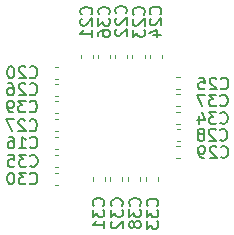
<source format=gbr>
%TF.GenerationSoftware,KiCad,Pcbnew,9.0.4*%
%TF.CreationDate,2025-09-29T22:44:47+03:00*%
%TF.ProjectId,Asius2,41736975-7332-42e6-9b69-6361645f7063,rev?*%
%TF.SameCoordinates,Original*%
%TF.FileFunction,Legend,Bot*%
%TF.FilePolarity,Positive*%
%FSLAX46Y46*%
G04 Gerber Fmt 4.6, Leading zero omitted, Abs format (unit mm)*
G04 Created by KiCad (PCBNEW 9.0.4) date 2025-09-29 22:44:47*
%MOMM*%
%LPD*%
G01*
G04 APERTURE LIST*
%ADD10C,0.150000*%
%ADD11C,0.120000*%
G04 APERTURE END LIST*
D10*
X77402857Y-112309580D02*
X77450476Y-112357200D01*
X77450476Y-112357200D02*
X77593333Y-112404819D01*
X77593333Y-112404819D02*
X77688571Y-112404819D01*
X77688571Y-112404819D02*
X77831428Y-112357200D01*
X77831428Y-112357200D02*
X77926666Y-112261961D01*
X77926666Y-112261961D02*
X77974285Y-112166723D01*
X77974285Y-112166723D02*
X78021904Y-111976247D01*
X78021904Y-111976247D02*
X78021904Y-111833390D01*
X78021904Y-111833390D02*
X77974285Y-111642914D01*
X77974285Y-111642914D02*
X77926666Y-111547676D01*
X77926666Y-111547676D02*
X77831428Y-111452438D01*
X77831428Y-111452438D02*
X77688571Y-111404819D01*
X77688571Y-111404819D02*
X77593333Y-111404819D01*
X77593333Y-111404819D02*
X77450476Y-111452438D01*
X77450476Y-111452438D02*
X77402857Y-111500057D01*
X77069523Y-111404819D02*
X76450476Y-111404819D01*
X76450476Y-111404819D02*
X76783809Y-111785771D01*
X76783809Y-111785771D02*
X76640952Y-111785771D01*
X76640952Y-111785771D02*
X76545714Y-111833390D01*
X76545714Y-111833390D02*
X76498095Y-111881009D01*
X76498095Y-111881009D02*
X76450476Y-111976247D01*
X76450476Y-111976247D02*
X76450476Y-112214342D01*
X76450476Y-112214342D02*
X76498095Y-112309580D01*
X76498095Y-112309580D02*
X76545714Y-112357200D01*
X76545714Y-112357200D02*
X76640952Y-112404819D01*
X76640952Y-112404819D02*
X76926666Y-112404819D01*
X76926666Y-112404819D02*
X77021904Y-112357200D01*
X77021904Y-112357200D02*
X77069523Y-112309580D01*
X75974285Y-112404819D02*
X75783809Y-112404819D01*
X75783809Y-112404819D02*
X75688571Y-112357200D01*
X75688571Y-112357200D02*
X75640952Y-112309580D01*
X75640952Y-112309580D02*
X75545714Y-112166723D01*
X75545714Y-112166723D02*
X75498095Y-111976247D01*
X75498095Y-111976247D02*
X75498095Y-111595295D01*
X75498095Y-111595295D02*
X75545714Y-111500057D01*
X75545714Y-111500057D02*
X75593333Y-111452438D01*
X75593333Y-111452438D02*
X75688571Y-111404819D01*
X75688571Y-111404819D02*
X75879047Y-111404819D01*
X75879047Y-111404819D02*
X75974285Y-111452438D01*
X75974285Y-111452438D02*
X76021904Y-111500057D01*
X76021904Y-111500057D02*
X76069523Y-111595295D01*
X76069523Y-111595295D02*
X76069523Y-111833390D01*
X76069523Y-111833390D02*
X76021904Y-111928628D01*
X76021904Y-111928628D02*
X75974285Y-111976247D01*
X75974285Y-111976247D02*
X75879047Y-112023866D01*
X75879047Y-112023866D02*
X75688571Y-112023866D01*
X75688571Y-112023866D02*
X75593333Y-111976247D01*
X75593333Y-111976247D02*
X75545714Y-111928628D01*
X75545714Y-111928628D02*
X75498095Y-111833390D01*
X77432857Y-118399580D02*
X77480476Y-118447200D01*
X77480476Y-118447200D02*
X77623333Y-118494819D01*
X77623333Y-118494819D02*
X77718571Y-118494819D01*
X77718571Y-118494819D02*
X77861428Y-118447200D01*
X77861428Y-118447200D02*
X77956666Y-118351961D01*
X77956666Y-118351961D02*
X78004285Y-118256723D01*
X78004285Y-118256723D02*
X78051904Y-118066247D01*
X78051904Y-118066247D02*
X78051904Y-117923390D01*
X78051904Y-117923390D02*
X78004285Y-117732914D01*
X78004285Y-117732914D02*
X77956666Y-117637676D01*
X77956666Y-117637676D02*
X77861428Y-117542438D01*
X77861428Y-117542438D02*
X77718571Y-117494819D01*
X77718571Y-117494819D02*
X77623333Y-117494819D01*
X77623333Y-117494819D02*
X77480476Y-117542438D01*
X77480476Y-117542438D02*
X77432857Y-117590057D01*
X77099523Y-117494819D02*
X76480476Y-117494819D01*
X76480476Y-117494819D02*
X76813809Y-117875771D01*
X76813809Y-117875771D02*
X76670952Y-117875771D01*
X76670952Y-117875771D02*
X76575714Y-117923390D01*
X76575714Y-117923390D02*
X76528095Y-117971009D01*
X76528095Y-117971009D02*
X76480476Y-118066247D01*
X76480476Y-118066247D02*
X76480476Y-118304342D01*
X76480476Y-118304342D02*
X76528095Y-118399580D01*
X76528095Y-118399580D02*
X76575714Y-118447200D01*
X76575714Y-118447200D02*
X76670952Y-118494819D01*
X76670952Y-118494819D02*
X76956666Y-118494819D01*
X76956666Y-118494819D02*
X77051904Y-118447200D01*
X77051904Y-118447200D02*
X77099523Y-118399580D01*
X75861428Y-117494819D02*
X75766190Y-117494819D01*
X75766190Y-117494819D02*
X75670952Y-117542438D01*
X75670952Y-117542438D02*
X75623333Y-117590057D01*
X75623333Y-117590057D02*
X75575714Y-117685295D01*
X75575714Y-117685295D02*
X75528095Y-117875771D01*
X75528095Y-117875771D02*
X75528095Y-118113866D01*
X75528095Y-118113866D02*
X75575714Y-118304342D01*
X75575714Y-118304342D02*
X75623333Y-118399580D01*
X75623333Y-118399580D02*
X75670952Y-118447200D01*
X75670952Y-118447200D02*
X75766190Y-118494819D01*
X75766190Y-118494819D02*
X75861428Y-118494819D01*
X75861428Y-118494819D02*
X75956666Y-118447200D01*
X75956666Y-118447200D02*
X76004285Y-118399580D01*
X76004285Y-118399580D02*
X76051904Y-118304342D01*
X76051904Y-118304342D02*
X76099523Y-118113866D01*
X76099523Y-118113866D02*
X76099523Y-117875771D01*
X76099523Y-117875771D02*
X76051904Y-117685295D01*
X76051904Y-117685295D02*
X76004285Y-117590057D01*
X76004285Y-117590057D02*
X75956666Y-117542438D01*
X75956666Y-117542438D02*
X75861428Y-117494819D01*
X83639580Y-120297142D02*
X83687200Y-120249523D01*
X83687200Y-120249523D02*
X83734819Y-120106666D01*
X83734819Y-120106666D02*
X83734819Y-120011428D01*
X83734819Y-120011428D02*
X83687200Y-119868571D01*
X83687200Y-119868571D02*
X83591961Y-119773333D01*
X83591961Y-119773333D02*
X83496723Y-119725714D01*
X83496723Y-119725714D02*
X83306247Y-119678095D01*
X83306247Y-119678095D02*
X83163390Y-119678095D01*
X83163390Y-119678095D02*
X82972914Y-119725714D01*
X82972914Y-119725714D02*
X82877676Y-119773333D01*
X82877676Y-119773333D02*
X82782438Y-119868571D01*
X82782438Y-119868571D02*
X82734819Y-120011428D01*
X82734819Y-120011428D02*
X82734819Y-120106666D01*
X82734819Y-120106666D02*
X82782438Y-120249523D01*
X82782438Y-120249523D02*
X82830057Y-120297142D01*
X82734819Y-120630476D02*
X82734819Y-121249523D01*
X82734819Y-121249523D02*
X83115771Y-120916190D01*
X83115771Y-120916190D02*
X83115771Y-121059047D01*
X83115771Y-121059047D02*
X83163390Y-121154285D01*
X83163390Y-121154285D02*
X83211009Y-121201904D01*
X83211009Y-121201904D02*
X83306247Y-121249523D01*
X83306247Y-121249523D02*
X83544342Y-121249523D01*
X83544342Y-121249523D02*
X83639580Y-121201904D01*
X83639580Y-121201904D02*
X83687200Y-121154285D01*
X83687200Y-121154285D02*
X83734819Y-121059047D01*
X83734819Y-121059047D02*
X83734819Y-120773333D01*
X83734819Y-120773333D02*
X83687200Y-120678095D01*
X83687200Y-120678095D02*
X83639580Y-120630476D01*
X83734819Y-122201904D02*
X83734819Y-121630476D01*
X83734819Y-121916190D02*
X82734819Y-121916190D01*
X82734819Y-121916190D02*
X82877676Y-121820952D01*
X82877676Y-121820952D02*
X82972914Y-121725714D01*
X82972914Y-121725714D02*
X83020533Y-121630476D01*
X85189580Y-120307142D02*
X85237200Y-120259523D01*
X85237200Y-120259523D02*
X85284819Y-120116666D01*
X85284819Y-120116666D02*
X85284819Y-120021428D01*
X85284819Y-120021428D02*
X85237200Y-119878571D01*
X85237200Y-119878571D02*
X85141961Y-119783333D01*
X85141961Y-119783333D02*
X85046723Y-119735714D01*
X85046723Y-119735714D02*
X84856247Y-119688095D01*
X84856247Y-119688095D02*
X84713390Y-119688095D01*
X84713390Y-119688095D02*
X84522914Y-119735714D01*
X84522914Y-119735714D02*
X84427676Y-119783333D01*
X84427676Y-119783333D02*
X84332438Y-119878571D01*
X84332438Y-119878571D02*
X84284819Y-120021428D01*
X84284819Y-120021428D02*
X84284819Y-120116666D01*
X84284819Y-120116666D02*
X84332438Y-120259523D01*
X84332438Y-120259523D02*
X84380057Y-120307142D01*
X84284819Y-120640476D02*
X84284819Y-121259523D01*
X84284819Y-121259523D02*
X84665771Y-120926190D01*
X84665771Y-120926190D02*
X84665771Y-121069047D01*
X84665771Y-121069047D02*
X84713390Y-121164285D01*
X84713390Y-121164285D02*
X84761009Y-121211904D01*
X84761009Y-121211904D02*
X84856247Y-121259523D01*
X84856247Y-121259523D02*
X85094342Y-121259523D01*
X85094342Y-121259523D02*
X85189580Y-121211904D01*
X85189580Y-121211904D02*
X85237200Y-121164285D01*
X85237200Y-121164285D02*
X85284819Y-121069047D01*
X85284819Y-121069047D02*
X85284819Y-120783333D01*
X85284819Y-120783333D02*
X85237200Y-120688095D01*
X85237200Y-120688095D02*
X85189580Y-120640476D01*
X84380057Y-121640476D02*
X84332438Y-121688095D01*
X84332438Y-121688095D02*
X84284819Y-121783333D01*
X84284819Y-121783333D02*
X84284819Y-122021428D01*
X84284819Y-122021428D02*
X84332438Y-122116666D01*
X84332438Y-122116666D02*
X84380057Y-122164285D01*
X84380057Y-122164285D02*
X84475295Y-122211904D01*
X84475295Y-122211904D02*
X84570533Y-122211904D01*
X84570533Y-122211904D02*
X84713390Y-122164285D01*
X84713390Y-122164285D02*
X85284819Y-121592857D01*
X85284819Y-121592857D02*
X85284819Y-122211904D01*
X86749580Y-120287142D02*
X86797200Y-120239523D01*
X86797200Y-120239523D02*
X86844819Y-120096666D01*
X86844819Y-120096666D02*
X86844819Y-120001428D01*
X86844819Y-120001428D02*
X86797200Y-119858571D01*
X86797200Y-119858571D02*
X86701961Y-119763333D01*
X86701961Y-119763333D02*
X86606723Y-119715714D01*
X86606723Y-119715714D02*
X86416247Y-119668095D01*
X86416247Y-119668095D02*
X86273390Y-119668095D01*
X86273390Y-119668095D02*
X86082914Y-119715714D01*
X86082914Y-119715714D02*
X85987676Y-119763333D01*
X85987676Y-119763333D02*
X85892438Y-119858571D01*
X85892438Y-119858571D02*
X85844819Y-120001428D01*
X85844819Y-120001428D02*
X85844819Y-120096666D01*
X85844819Y-120096666D02*
X85892438Y-120239523D01*
X85892438Y-120239523D02*
X85940057Y-120287142D01*
X85844819Y-120620476D02*
X85844819Y-121239523D01*
X85844819Y-121239523D02*
X86225771Y-120906190D01*
X86225771Y-120906190D02*
X86225771Y-121049047D01*
X86225771Y-121049047D02*
X86273390Y-121144285D01*
X86273390Y-121144285D02*
X86321009Y-121191904D01*
X86321009Y-121191904D02*
X86416247Y-121239523D01*
X86416247Y-121239523D02*
X86654342Y-121239523D01*
X86654342Y-121239523D02*
X86749580Y-121191904D01*
X86749580Y-121191904D02*
X86797200Y-121144285D01*
X86797200Y-121144285D02*
X86844819Y-121049047D01*
X86844819Y-121049047D02*
X86844819Y-120763333D01*
X86844819Y-120763333D02*
X86797200Y-120668095D01*
X86797200Y-120668095D02*
X86749580Y-120620476D01*
X86273390Y-121810952D02*
X86225771Y-121715714D01*
X86225771Y-121715714D02*
X86178152Y-121668095D01*
X86178152Y-121668095D02*
X86082914Y-121620476D01*
X86082914Y-121620476D02*
X86035295Y-121620476D01*
X86035295Y-121620476D02*
X85940057Y-121668095D01*
X85940057Y-121668095D02*
X85892438Y-121715714D01*
X85892438Y-121715714D02*
X85844819Y-121810952D01*
X85844819Y-121810952D02*
X85844819Y-122001428D01*
X85844819Y-122001428D02*
X85892438Y-122096666D01*
X85892438Y-122096666D02*
X85940057Y-122144285D01*
X85940057Y-122144285D02*
X86035295Y-122191904D01*
X86035295Y-122191904D02*
X86082914Y-122191904D01*
X86082914Y-122191904D02*
X86178152Y-122144285D01*
X86178152Y-122144285D02*
X86225771Y-122096666D01*
X86225771Y-122096666D02*
X86273390Y-122001428D01*
X86273390Y-122001428D02*
X86273390Y-121810952D01*
X86273390Y-121810952D02*
X86321009Y-121715714D01*
X86321009Y-121715714D02*
X86368628Y-121668095D01*
X86368628Y-121668095D02*
X86463866Y-121620476D01*
X86463866Y-121620476D02*
X86654342Y-121620476D01*
X86654342Y-121620476D02*
X86749580Y-121668095D01*
X86749580Y-121668095D02*
X86797200Y-121715714D01*
X86797200Y-121715714D02*
X86844819Y-121810952D01*
X86844819Y-121810952D02*
X86844819Y-122001428D01*
X86844819Y-122001428D02*
X86797200Y-122096666D01*
X86797200Y-122096666D02*
X86749580Y-122144285D01*
X86749580Y-122144285D02*
X86654342Y-122191904D01*
X86654342Y-122191904D02*
X86463866Y-122191904D01*
X86463866Y-122191904D02*
X86368628Y-122144285D01*
X86368628Y-122144285D02*
X86321009Y-122096666D01*
X86321009Y-122096666D02*
X86273390Y-122001428D01*
X93552857Y-111799580D02*
X93600476Y-111847200D01*
X93600476Y-111847200D02*
X93743333Y-111894819D01*
X93743333Y-111894819D02*
X93838571Y-111894819D01*
X93838571Y-111894819D02*
X93981428Y-111847200D01*
X93981428Y-111847200D02*
X94076666Y-111751961D01*
X94076666Y-111751961D02*
X94124285Y-111656723D01*
X94124285Y-111656723D02*
X94171904Y-111466247D01*
X94171904Y-111466247D02*
X94171904Y-111323390D01*
X94171904Y-111323390D02*
X94124285Y-111132914D01*
X94124285Y-111132914D02*
X94076666Y-111037676D01*
X94076666Y-111037676D02*
X93981428Y-110942438D01*
X93981428Y-110942438D02*
X93838571Y-110894819D01*
X93838571Y-110894819D02*
X93743333Y-110894819D01*
X93743333Y-110894819D02*
X93600476Y-110942438D01*
X93600476Y-110942438D02*
X93552857Y-110990057D01*
X93219523Y-110894819D02*
X92600476Y-110894819D01*
X92600476Y-110894819D02*
X92933809Y-111275771D01*
X92933809Y-111275771D02*
X92790952Y-111275771D01*
X92790952Y-111275771D02*
X92695714Y-111323390D01*
X92695714Y-111323390D02*
X92648095Y-111371009D01*
X92648095Y-111371009D02*
X92600476Y-111466247D01*
X92600476Y-111466247D02*
X92600476Y-111704342D01*
X92600476Y-111704342D02*
X92648095Y-111799580D01*
X92648095Y-111799580D02*
X92695714Y-111847200D01*
X92695714Y-111847200D02*
X92790952Y-111894819D01*
X92790952Y-111894819D02*
X93076666Y-111894819D01*
X93076666Y-111894819D02*
X93171904Y-111847200D01*
X93171904Y-111847200D02*
X93219523Y-111799580D01*
X92267142Y-110894819D02*
X91600476Y-110894819D01*
X91600476Y-110894819D02*
X92029047Y-111894819D01*
X84119580Y-104097142D02*
X84167200Y-104049523D01*
X84167200Y-104049523D02*
X84214819Y-103906666D01*
X84214819Y-103906666D02*
X84214819Y-103811428D01*
X84214819Y-103811428D02*
X84167200Y-103668571D01*
X84167200Y-103668571D02*
X84071961Y-103573333D01*
X84071961Y-103573333D02*
X83976723Y-103525714D01*
X83976723Y-103525714D02*
X83786247Y-103478095D01*
X83786247Y-103478095D02*
X83643390Y-103478095D01*
X83643390Y-103478095D02*
X83452914Y-103525714D01*
X83452914Y-103525714D02*
X83357676Y-103573333D01*
X83357676Y-103573333D02*
X83262438Y-103668571D01*
X83262438Y-103668571D02*
X83214819Y-103811428D01*
X83214819Y-103811428D02*
X83214819Y-103906666D01*
X83214819Y-103906666D02*
X83262438Y-104049523D01*
X83262438Y-104049523D02*
X83310057Y-104097142D01*
X83214819Y-104430476D02*
X83214819Y-105049523D01*
X83214819Y-105049523D02*
X83595771Y-104716190D01*
X83595771Y-104716190D02*
X83595771Y-104859047D01*
X83595771Y-104859047D02*
X83643390Y-104954285D01*
X83643390Y-104954285D02*
X83691009Y-105001904D01*
X83691009Y-105001904D02*
X83786247Y-105049523D01*
X83786247Y-105049523D02*
X84024342Y-105049523D01*
X84024342Y-105049523D02*
X84119580Y-105001904D01*
X84119580Y-105001904D02*
X84167200Y-104954285D01*
X84167200Y-104954285D02*
X84214819Y-104859047D01*
X84214819Y-104859047D02*
X84214819Y-104573333D01*
X84214819Y-104573333D02*
X84167200Y-104478095D01*
X84167200Y-104478095D02*
X84119580Y-104430476D01*
X83214819Y-105906666D02*
X83214819Y-105716190D01*
X83214819Y-105716190D02*
X83262438Y-105620952D01*
X83262438Y-105620952D02*
X83310057Y-105573333D01*
X83310057Y-105573333D02*
X83452914Y-105478095D01*
X83452914Y-105478095D02*
X83643390Y-105430476D01*
X83643390Y-105430476D02*
X84024342Y-105430476D01*
X84024342Y-105430476D02*
X84119580Y-105478095D01*
X84119580Y-105478095D02*
X84167200Y-105525714D01*
X84167200Y-105525714D02*
X84214819Y-105620952D01*
X84214819Y-105620952D02*
X84214819Y-105811428D01*
X84214819Y-105811428D02*
X84167200Y-105906666D01*
X84167200Y-105906666D02*
X84119580Y-105954285D01*
X84119580Y-105954285D02*
X84024342Y-106001904D01*
X84024342Y-106001904D02*
X83786247Y-106001904D01*
X83786247Y-106001904D02*
X83691009Y-105954285D01*
X83691009Y-105954285D02*
X83643390Y-105906666D01*
X83643390Y-105906666D02*
X83595771Y-105811428D01*
X83595771Y-105811428D02*
X83595771Y-105620952D01*
X83595771Y-105620952D02*
X83643390Y-105525714D01*
X83643390Y-105525714D02*
X83691009Y-105478095D01*
X83691009Y-105478095D02*
X83786247Y-105430476D01*
X77462857Y-116899580D02*
X77510476Y-116947200D01*
X77510476Y-116947200D02*
X77653333Y-116994819D01*
X77653333Y-116994819D02*
X77748571Y-116994819D01*
X77748571Y-116994819D02*
X77891428Y-116947200D01*
X77891428Y-116947200D02*
X77986666Y-116851961D01*
X77986666Y-116851961D02*
X78034285Y-116756723D01*
X78034285Y-116756723D02*
X78081904Y-116566247D01*
X78081904Y-116566247D02*
X78081904Y-116423390D01*
X78081904Y-116423390D02*
X78034285Y-116232914D01*
X78034285Y-116232914D02*
X77986666Y-116137676D01*
X77986666Y-116137676D02*
X77891428Y-116042438D01*
X77891428Y-116042438D02*
X77748571Y-115994819D01*
X77748571Y-115994819D02*
X77653333Y-115994819D01*
X77653333Y-115994819D02*
X77510476Y-116042438D01*
X77510476Y-116042438D02*
X77462857Y-116090057D01*
X77129523Y-115994819D02*
X76510476Y-115994819D01*
X76510476Y-115994819D02*
X76843809Y-116375771D01*
X76843809Y-116375771D02*
X76700952Y-116375771D01*
X76700952Y-116375771D02*
X76605714Y-116423390D01*
X76605714Y-116423390D02*
X76558095Y-116471009D01*
X76558095Y-116471009D02*
X76510476Y-116566247D01*
X76510476Y-116566247D02*
X76510476Y-116804342D01*
X76510476Y-116804342D02*
X76558095Y-116899580D01*
X76558095Y-116899580D02*
X76605714Y-116947200D01*
X76605714Y-116947200D02*
X76700952Y-116994819D01*
X76700952Y-116994819D02*
X76986666Y-116994819D01*
X76986666Y-116994819D02*
X77081904Y-116947200D01*
X77081904Y-116947200D02*
X77129523Y-116899580D01*
X75605714Y-115994819D02*
X76081904Y-115994819D01*
X76081904Y-115994819D02*
X76129523Y-116471009D01*
X76129523Y-116471009D02*
X76081904Y-116423390D01*
X76081904Y-116423390D02*
X75986666Y-116375771D01*
X75986666Y-116375771D02*
X75748571Y-116375771D01*
X75748571Y-116375771D02*
X75653333Y-116423390D01*
X75653333Y-116423390D02*
X75605714Y-116471009D01*
X75605714Y-116471009D02*
X75558095Y-116566247D01*
X75558095Y-116566247D02*
X75558095Y-116804342D01*
X75558095Y-116804342D02*
X75605714Y-116899580D01*
X75605714Y-116899580D02*
X75653333Y-116947200D01*
X75653333Y-116947200D02*
X75748571Y-116994819D01*
X75748571Y-116994819D02*
X75986666Y-116994819D01*
X75986666Y-116994819D02*
X76081904Y-116947200D01*
X76081904Y-116947200D02*
X76129523Y-116899580D01*
X93562857Y-113289580D02*
X93610476Y-113337200D01*
X93610476Y-113337200D02*
X93753333Y-113384819D01*
X93753333Y-113384819D02*
X93848571Y-113384819D01*
X93848571Y-113384819D02*
X93991428Y-113337200D01*
X93991428Y-113337200D02*
X94086666Y-113241961D01*
X94086666Y-113241961D02*
X94134285Y-113146723D01*
X94134285Y-113146723D02*
X94181904Y-112956247D01*
X94181904Y-112956247D02*
X94181904Y-112813390D01*
X94181904Y-112813390D02*
X94134285Y-112622914D01*
X94134285Y-112622914D02*
X94086666Y-112527676D01*
X94086666Y-112527676D02*
X93991428Y-112432438D01*
X93991428Y-112432438D02*
X93848571Y-112384819D01*
X93848571Y-112384819D02*
X93753333Y-112384819D01*
X93753333Y-112384819D02*
X93610476Y-112432438D01*
X93610476Y-112432438D02*
X93562857Y-112480057D01*
X93229523Y-112384819D02*
X92610476Y-112384819D01*
X92610476Y-112384819D02*
X92943809Y-112765771D01*
X92943809Y-112765771D02*
X92800952Y-112765771D01*
X92800952Y-112765771D02*
X92705714Y-112813390D01*
X92705714Y-112813390D02*
X92658095Y-112861009D01*
X92658095Y-112861009D02*
X92610476Y-112956247D01*
X92610476Y-112956247D02*
X92610476Y-113194342D01*
X92610476Y-113194342D02*
X92658095Y-113289580D01*
X92658095Y-113289580D02*
X92705714Y-113337200D01*
X92705714Y-113337200D02*
X92800952Y-113384819D01*
X92800952Y-113384819D02*
X93086666Y-113384819D01*
X93086666Y-113384819D02*
X93181904Y-113337200D01*
X93181904Y-113337200D02*
X93229523Y-113289580D01*
X91753333Y-112718152D02*
X91753333Y-113384819D01*
X91991428Y-112337200D02*
X92229523Y-113051485D01*
X92229523Y-113051485D02*
X91610476Y-113051485D01*
X88219580Y-120327142D02*
X88267200Y-120279523D01*
X88267200Y-120279523D02*
X88314819Y-120136666D01*
X88314819Y-120136666D02*
X88314819Y-120041428D01*
X88314819Y-120041428D02*
X88267200Y-119898571D01*
X88267200Y-119898571D02*
X88171961Y-119803333D01*
X88171961Y-119803333D02*
X88076723Y-119755714D01*
X88076723Y-119755714D02*
X87886247Y-119708095D01*
X87886247Y-119708095D02*
X87743390Y-119708095D01*
X87743390Y-119708095D02*
X87552914Y-119755714D01*
X87552914Y-119755714D02*
X87457676Y-119803333D01*
X87457676Y-119803333D02*
X87362438Y-119898571D01*
X87362438Y-119898571D02*
X87314819Y-120041428D01*
X87314819Y-120041428D02*
X87314819Y-120136666D01*
X87314819Y-120136666D02*
X87362438Y-120279523D01*
X87362438Y-120279523D02*
X87410057Y-120327142D01*
X87314819Y-120660476D02*
X87314819Y-121279523D01*
X87314819Y-121279523D02*
X87695771Y-120946190D01*
X87695771Y-120946190D02*
X87695771Y-121089047D01*
X87695771Y-121089047D02*
X87743390Y-121184285D01*
X87743390Y-121184285D02*
X87791009Y-121231904D01*
X87791009Y-121231904D02*
X87886247Y-121279523D01*
X87886247Y-121279523D02*
X88124342Y-121279523D01*
X88124342Y-121279523D02*
X88219580Y-121231904D01*
X88219580Y-121231904D02*
X88267200Y-121184285D01*
X88267200Y-121184285D02*
X88314819Y-121089047D01*
X88314819Y-121089047D02*
X88314819Y-120803333D01*
X88314819Y-120803333D02*
X88267200Y-120708095D01*
X88267200Y-120708095D02*
X88219580Y-120660476D01*
X87314819Y-121612857D02*
X87314819Y-122231904D01*
X87314819Y-122231904D02*
X87695771Y-121898571D01*
X87695771Y-121898571D02*
X87695771Y-122041428D01*
X87695771Y-122041428D02*
X87743390Y-122136666D01*
X87743390Y-122136666D02*
X87791009Y-122184285D01*
X87791009Y-122184285D02*
X87886247Y-122231904D01*
X87886247Y-122231904D02*
X88124342Y-122231904D01*
X88124342Y-122231904D02*
X88219580Y-122184285D01*
X88219580Y-122184285D02*
X88267200Y-122136666D01*
X88267200Y-122136666D02*
X88314819Y-122041428D01*
X88314819Y-122041428D02*
X88314819Y-121755714D01*
X88314819Y-121755714D02*
X88267200Y-121660476D01*
X88267200Y-121660476D02*
X88219580Y-121612857D01*
X93592857Y-116169580D02*
X93640476Y-116217200D01*
X93640476Y-116217200D02*
X93783333Y-116264819D01*
X93783333Y-116264819D02*
X93878571Y-116264819D01*
X93878571Y-116264819D02*
X94021428Y-116217200D01*
X94021428Y-116217200D02*
X94116666Y-116121961D01*
X94116666Y-116121961D02*
X94164285Y-116026723D01*
X94164285Y-116026723D02*
X94211904Y-115836247D01*
X94211904Y-115836247D02*
X94211904Y-115693390D01*
X94211904Y-115693390D02*
X94164285Y-115502914D01*
X94164285Y-115502914D02*
X94116666Y-115407676D01*
X94116666Y-115407676D02*
X94021428Y-115312438D01*
X94021428Y-115312438D02*
X93878571Y-115264819D01*
X93878571Y-115264819D02*
X93783333Y-115264819D01*
X93783333Y-115264819D02*
X93640476Y-115312438D01*
X93640476Y-115312438D02*
X93592857Y-115360057D01*
X93211904Y-115360057D02*
X93164285Y-115312438D01*
X93164285Y-115312438D02*
X93069047Y-115264819D01*
X93069047Y-115264819D02*
X92830952Y-115264819D01*
X92830952Y-115264819D02*
X92735714Y-115312438D01*
X92735714Y-115312438D02*
X92688095Y-115360057D01*
X92688095Y-115360057D02*
X92640476Y-115455295D01*
X92640476Y-115455295D02*
X92640476Y-115550533D01*
X92640476Y-115550533D02*
X92688095Y-115693390D01*
X92688095Y-115693390D02*
X93259523Y-116264819D01*
X93259523Y-116264819D02*
X92640476Y-116264819D01*
X92164285Y-116264819D02*
X91973809Y-116264819D01*
X91973809Y-116264819D02*
X91878571Y-116217200D01*
X91878571Y-116217200D02*
X91830952Y-116169580D01*
X91830952Y-116169580D02*
X91735714Y-116026723D01*
X91735714Y-116026723D02*
X91688095Y-115836247D01*
X91688095Y-115836247D02*
X91688095Y-115455295D01*
X91688095Y-115455295D02*
X91735714Y-115360057D01*
X91735714Y-115360057D02*
X91783333Y-115312438D01*
X91783333Y-115312438D02*
X91878571Y-115264819D01*
X91878571Y-115264819D02*
X92069047Y-115264819D01*
X92069047Y-115264819D02*
X92164285Y-115312438D01*
X92164285Y-115312438D02*
X92211904Y-115360057D01*
X92211904Y-115360057D02*
X92259523Y-115455295D01*
X92259523Y-115455295D02*
X92259523Y-115693390D01*
X92259523Y-115693390D02*
X92211904Y-115788628D01*
X92211904Y-115788628D02*
X92164285Y-115836247D01*
X92164285Y-115836247D02*
X92069047Y-115883866D01*
X92069047Y-115883866D02*
X91878571Y-115883866D01*
X91878571Y-115883866D02*
X91783333Y-115836247D01*
X91783333Y-115836247D02*
X91735714Y-115788628D01*
X91735714Y-115788628D02*
X91688095Y-115693390D01*
X93532857Y-114699580D02*
X93580476Y-114747200D01*
X93580476Y-114747200D02*
X93723333Y-114794819D01*
X93723333Y-114794819D02*
X93818571Y-114794819D01*
X93818571Y-114794819D02*
X93961428Y-114747200D01*
X93961428Y-114747200D02*
X94056666Y-114651961D01*
X94056666Y-114651961D02*
X94104285Y-114556723D01*
X94104285Y-114556723D02*
X94151904Y-114366247D01*
X94151904Y-114366247D02*
X94151904Y-114223390D01*
X94151904Y-114223390D02*
X94104285Y-114032914D01*
X94104285Y-114032914D02*
X94056666Y-113937676D01*
X94056666Y-113937676D02*
X93961428Y-113842438D01*
X93961428Y-113842438D02*
X93818571Y-113794819D01*
X93818571Y-113794819D02*
X93723333Y-113794819D01*
X93723333Y-113794819D02*
X93580476Y-113842438D01*
X93580476Y-113842438D02*
X93532857Y-113890057D01*
X93151904Y-113890057D02*
X93104285Y-113842438D01*
X93104285Y-113842438D02*
X93009047Y-113794819D01*
X93009047Y-113794819D02*
X92770952Y-113794819D01*
X92770952Y-113794819D02*
X92675714Y-113842438D01*
X92675714Y-113842438D02*
X92628095Y-113890057D01*
X92628095Y-113890057D02*
X92580476Y-113985295D01*
X92580476Y-113985295D02*
X92580476Y-114080533D01*
X92580476Y-114080533D02*
X92628095Y-114223390D01*
X92628095Y-114223390D02*
X93199523Y-114794819D01*
X93199523Y-114794819D02*
X92580476Y-114794819D01*
X92009047Y-114223390D02*
X92104285Y-114175771D01*
X92104285Y-114175771D02*
X92151904Y-114128152D01*
X92151904Y-114128152D02*
X92199523Y-114032914D01*
X92199523Y-114032914D02*
X92199523Y-113985295D01*
X92199523Y-113985295D02*
X92151904Y-113890057D01*
X92151904Y-113890057D02*
X92104285Y-113842438D01*
X92104285Y-113842438D02*
X92009047Y-113794819D01*
X92009047Y-113794819D02*
X91818571Y-113794819D01*
X91818571Y-113794819D02*
X91723333Y-113842438D01*
X91723333Y-113842438D02*
X91675714Y-113890057D01*
X91675714Y-113890057D02*
X91628095Y-113985295D01*
X91628095Y-113985295D02*
X91628095Y-114032914D01*
X91628095Y-114032914D02*
X91675714Y-114128152D01*
X91675714Y-114128152D02*
X91723333Y-114175771D01*
X91723333Y-114175771D02*
X91818571Y-114223390D01*
X91818571Y-114223390D02*
X92009047Y-114223390D01*
X92009047Y-114223390D02*
X92104285Y-114271009D01*
X92104285Y-114271009D02*
X92151904Y-114318628D01*
X92151904Y-114318628D02*
X92199523Y-114413866D01*
X92199523Y-114413866D02*
X92199523Y-114604342D01*
X92199523Y-114604342D02*
X92151904Y-114699580D01*
X92151904Y-114699580D02*
X92104285Y-114747200D01*
X92104285Y-114747200D02*
X92009047Y-114794819D01*
X92009047Y-114794819D02*
X91818571Y-114794819D01*
X91818571Y-114794819D02*
X91723333Y-114747200D01*
X91723333Y-114747200D02*
X91675714Y-114699580D01*
X91675714Y-114699580D02*
X91628095Y-114604342D01*
X91628095Y-114604342D02*
X91628095Y-114413866D01*
X91628095Y-114413866D02*
X91675714Y-114318628D01*
X91675714Y-114318628D02*
X91723333Y-114271009D01*
X91723333Y-114271009D02*
X91818571Y-114223390D01*
X77402857Y-113899580D02*
X77450476Y-113947200D01*
X77450476Y-113947200D02*
X77593333Y-113994819D01*
X77593333Y-113994819D02*
X77688571Y-113994819D01*
X77688571Y-113994819D02*
X77831428Y-113947200D01*
X77831428Y-113947200D02*
X77926666Y-113851961D01*
X77926666Y-113851961D02*
X77974285Y-113756723D01*
X77974285Y-113756723D02*
X78021904Y-113566247D01*
X78021904Y-113566247D02*
X78021904Y-113423390D01*
X78021904Y-113423390D02*
X77974285Y-113232914D01*
X77974285Y-113232914D02*
X77926666Y-113137676D01*
X77926666Y-113137676D02*
X77831428Y-113042438D01*
X77831428Y-113042438D02*
X77688571Y-112994819D01*
X77688571Y-112994819D02*
X77593333Y-112994819D01*
X77593333Y-112994819D02*
X77450476Y-113042438D01*
X77450476Y-113042438D02*
X77402857Y-113090057D01*
X77021904Y-113090057D02*
X76974285Y-113042438D01*
X76974285Y-113042438D02*
X76879047Y-112994819D01*
X76879047Y-112994819D02*
X76640952Y-112994819D01*
X76640952Y-112994819D02*
X76545714Y-113042438D01*
X76545714Y-113042438D02*
X76498095Y-113090057D01*
X76498095Y-113090057D02*
X76450476Y-113185295D01*
X76450476Y-113185295D02*
X76450476Y-113280533D01*
X76450476Y-113280533D02*
X76498095Y-113423390D01*
X76498095Y-113423390D02*
X77069523Y-113994819D01*
X77069523Y-113994819D02*
X76450476Y-113994819D01*
X76117142Y-112994819D02*
X75450476Y-112994819D01*
X75450476Y-112994819D02*
X75879047Y-113994819D01*
X77422857Y-110839580D02*
X77470476Y-110887200D01*
X77470476Y-110887200D02*
X77613333Y-110934819D01*
X77613333Y-110934819D02*
X77708571Y-110934819D01*
X77708571Y-110934819D02*
X77851428Y-110887200D01*
X77851428Y-110887200D02*
X77946666Y-110791961D01*
X77946666Y-110791961D02*
X77994285Y-110696723D01*
X77994285Y-110696723D02*
X78041904Y-110506247D01*
X78041904Y-110506247D02*
X78041904Y-110363390D01*
X78041904Y-110363390D02*
X77994285Y-110172914D01*
X77994285Y-110172914D02*
X77946666Y-110077676D01*
X77946666Y-110077676D02*
X77851428Y-109982438D01*
X77851428Y-109982438D02*
X77708571Y-109934819D01*
X77708571Y-109934819D02*
X77613333Y-109934819D01*
X77613333Y-109934819D02*
X77470476Y-109982438D01*
X77470476Y-109982438D02*
X77422857Y-110030057D01*
X77041904Y-110030057D02*
X76994285Y-109982438D01*
X76994285Y-109982438D02*
X76899047Y-109934819D01*
X76899047Y-109934819D02*
X76660952Y-109934819D01*
X76660952Y-109934819D02*
X76565714Y-109982438D01*
X76565714Y-109982438D02*
X76518095Y-110030057D01*
X76518095Y-110030057D02*
X76470476Y-110125295D01*
X76470476Y-110125295D02*
X76470476Y-110220533D01*
X76470476Y-110220533D02*
X76518095Y-110363390D01*
X76518095Y-110363390D02*
X77089523Y-110934819D01*
X77089523Y-110934819D02*
X76470476Y-110934819D01*
X75613333Y-109934819D02*
X75803809Y-109934819D01*
X75803809Y-109934819D02*
X75899047Y-109982438D01*
X75899047Y-109982438D02*
X75946666Y-110030057D01*
X75946666Y-110030057D02*
X76041904Y-110172914D01*
X76041904Y-110172914D02*
X76089523Y-110363390D01*
X76089523Y-110363390D02*
X76089523Y-110744342D01*
X76089523Y-110744342D02*
X76041904Y-110839580D01*
X76041904Y-110839580D02*
X75994285Y-110887200D01*
X75994285Y-110887200D02*
X75899047Y-110934819D01*
X75899047Y-110934819D02*
X75708571Y-110934819D01*
X75708571Y-110934819D02*
X75613333Y-110887200D01*
X75613333Y-110887200D02*
X75565714Y-110839580D01*
X75565714Y-110839580D02*
X75518095Y-110744342D01*
X75518095Y-110744342D02*
X75518095Y-110506247D01*
X75518095Y-110506247D02*
X75565714Y-110411009D01*
X75565714Y-110411009D02*
X75613333Y-110363390D01*
X75613333Y-110363390D02*
X75708571Y-110315771D01*
X75708571Y-110315771D02*
X75899047Y-110315771D01*
X75899047Y-110315771D02*
X75994285Y-110363390D01*
X75994285Y-110363390D02*
X76041904Y-110411009D01*
X76041904Y-110411009D02*
X76089523Y-110506247D01*
X93592857Y-110359580D02*
X93640476Y-110407200D01*
X93640476Y-110407200D02*
X93783333Y-110454819D01*
X93783333Y-110454819D02*
X93878571Y-110454819D01*
X93878571Y-110454819D02*
X94021428Y-110407200D01*
X94021428Y-110407200D02*
X94116666Y-110311961D01*
X94116666Y-110311961D02*
X94164285Y-110216723D01*
X94164285Y-110216723D02*
X94211904Y-110026247D01*
X94211904Y-110026247D02*
X94211904Y-109883390D01*
X94211904Y-109883390D02*
X94164285Y-109692914D01*
X94164285Y-109692914D02*
X94116666Y-109597676D01*
X94116666Y-109597676D02*
X94021428Y-109502438D01*
X94021428Y-109502438D02*
X93878571Y-109454819D01*
X93878571Y-109454819D02*
X93783333Y-109454819D01*
X93783333Y-109454819D02*
X93640476Y-109502438D01*
X93640476Y-109502438D02*
X93592857Y-109550057D01*
X93211904Y-109550057D02*
X93164285Y-109502438D01*
X93164285Y-109502438D02*
X93069047Y-109454819D01*
X93069047Y-109454819D02*
X92830952Y-109454819D01*
X92830952Y-109454819D02*
X92735714Y-109502438D01*
X92735714Y-109502438D02*
X92688095Y-109550057D01*
X92688095Y-109550057D02*
X92640476Y-109645295D01*
X92640476Y-109645295D02*
X92640476Y-109740533D01*
X92640476Y-109740533D02*
X92688095Y-109883390D01*
X92688095Y-109883390D02*
X93259523Y-110454819D01*
X93259523Y-110454819D02*
X92640476Y-110454819D01*
X91735714Y-109454819D02*
X92211904Y-109454819D01*
X92211904Y-109454819D02*
X92259523Y-109931009D01*
X92259523Y-109931009D02*
X92211904Y-109883390D01*
X92211904Y-109883390D02*
X92116666Y-109835771D01*
X92116666Y-109835771D02*
X91878571Y-109835771D01*
X91878571Y-109835771D02*
X91783333Y-109883390D01*
X91783333Y-109883390D02*
X91735714Y-109931009D01*
X91735714Y-109931009D02*
X91688095Y-110026247D01*
X91688095Y-110026247D02*
X91688095Y-110264342D01*
X91688095Y-110264342D02*
X91735714Y-110359580D01*
X91735714Y-110359580D02*
X91783333Y-110407200D01*
X91783333Y-110407200D02*
X91878571Y-110454819D01*
X91878571Y-110454819D02*
X92116666Y-110454819D01*
X92116666Y-110454819D02*
X92211904Y-110407200D01*
X92211904Y-110407200D02*
X92259523Y-110359580D01*
X88469580Y-104077142D02*
X88517200Y-104029523D01*
X88517200Y-104029523D02*
X88564819Y-103886666D01*
X88564819Y-103886666D02*
X88564819Y-103791428D01*
X88564819Y-103791428D02*
X88517200Y-103648571D01*
X88517200Y-103648571D02*
X88421961Y-103553333D01*
X88421961Y-103553333D02*
X88326723Y-103505714D01*
X88326723Y-103505714D02*
X88136247Y-103458095D01*
X88136247Y-103458095D02*
X87993390Y-103458095D01*
X87993390Y-103458095D02*
X87802914Y-103505714D01*
X87802914Y-103505714D02*
X87707676Y-103553333D01*
X87707676Y-103553333D02*
X87612438Y-103648571D01*
X87612438Y-103648571D02*
X87564819Y-103791428D01*
X87564819Y-103791428D02*
X87564819Y-103886666D01*
X87564819Y-103886666D02*
X87612438Y-104029523D01*
X87612438Y-104029523D02*
X87660057Y-104077142D01*
X87660057Y-104458095D02*
X87612438Y-104505714D01*
X87612438Y-104505714D02*
X87564819Y-104600952D01*
X87564819Y-104600952D02*
X87564819Y-104839047D01*
X87564819Y-104839047D02*
X87612438Y-104934285D01*
X87612438Y-104934285D02*
X87660057Y-104981904D01*
X87660057Y-104981904D02*
X87755295Y-105029523D01*
X87755295Y-105029523D02*
X87850533Y-105029523D01*
X87850533Y-105029523D02*
X87993390Y-104981904D01*
X87993390Y-104981904D02*
X88564819Y-104410476D01*
X88564819Y-104410476D02*
X88564819Y-105029523D01*
X87898152Y-105886666D02*
X88564819Y-105886666D01*
X87517200Y-105648571D02*
X88231485Y-105410476D01*
X88231485Y-105410476D02*
X88231485Y-106029523D01*
X87059580Y-104117142D02*
X87107200Y-104069523D01*
X87107200Y-104069523D02*
X87154819Y-103926666D01*
X87154819Y-103926666D02*
X87154819Y-103831428D01*
X87154819Y-103831428D02*
X87107200Y-103688571D01*
X87107200Y-103688571D02*
X87011961Y-103593333D01*
X87011961Y-103593333D02*
X86916723Y-103545714D01*
X86916723Y-103545714D02*
X86726247Y-103498095D01*
X86726247Y-103498095D02*
X86583390Y-103498095D01*
X86583390Y-103498095D02*
X86392914Y-103545714D01*
X86392914Y-103545714D02*
X86297676Y-103593333D01*
X86297676Y-103593333D02*
X86202438Y-103688571D01*
X86202438Y-103688571D02*
X86154819Y-103831428D01*
X86154819Y-103831428D02*
X86154819Y-103926666D01*
X86154819Y-103926666D02*
X86202438Y-104069523D01*
X86202438Y-104069523D02*
X86250057Y-104117142D01*
X86250057Y-104498095D02*
X86202438Y-104545714D01*
X86202438Y-104545714D02*
X86154819Y-104640952D01*
X86154819Y-104640952D02*
X86154819Y-104879047D01*
X86154819Y-104879047D02*
X86202438Y-104974285D01*
X86202438Y-104974285D02*
X86250057Y-105021904D01*
X86250057Y-105021904D02*
X86345295Y-105069523D01*
X86345295Y-105069523D02*
X86440533Y-105069523D01*
X86440533Y-105069523D02*
X86583390Y-105021904D01*
X86583390Y-105021904D02*
X87154819Y-104450476D01*
X87154819Y-104450476D02*
X87154819Y-105069523D01*
X86154819Y-105402857D02*
X86154819Y-106021904D01*
X86154819Y-106021904D02*
X86535771Y-105688571D01*
X86535771Y-105688571D02*
X86535771Y-105831428D01*
X86535771Y-105831428D02*
X86583390Y-105926666D01*
X86583390Y-105926666D02*
X86631009Y-105974285D01*
X86631009Y-105974285D02*
X86726247Y-106021904D01*
X86726247Y-106021904D02*
X86964342Y-106021904D01*
X86964342Y-106021904D02*
X87059580Y-105974285D01*
X87059580Y-105974285D02*
X87107200Y-105926666D01*
X87107200Y-105926666D02*
X87154819Y-105831428D01*
X87154819Y-105831428D02*
X87154819Y-105545714D01*
X87154819Y-105545714D02*
X87107200Y-105450476D01*
X87107200Y-105450476D02*
X87059580Y-105402857D01*
X85559580Y-104027142D02*
X85607200Y-103979523D01*
X85607200Y-103979523D02*
X85654819Y-103836666D01*
X85654819Y-103836666D02*
X85654819Y-103741428D01*
X85654819Y-103741428D02*
X85607200Y-103598571D01*
X85607200Y-103598571D02*
X85511961Y-103503333D01*
X85511961Y-103503333D02*
X85416723Y-103455714D01*
X85416723Y-103455714D02*
X85226247Y-103408095D01*
X85226247Y-103408095D02*
X85083390Y-103408095D01*
X85083390Y-103408095D02*
X84892914Y-103455714D01*
X84892914Y-103455714D02*
X84797676Y-103503333D01*
X84797676Y-103503333D02*
X84702438Y-103598571D01*
X84702438Y-103598571D02*
X84654819Y-103741428D01*
X84654819Y-103741428D02*
X84654819Y-103836666D01*
X84654819Y-103836666D02*
X84702438Y-103979523D01*
X84702438Y-103979523D02*
X84750057Y-104027142D01*
X84750057Y-104408095D02*
X84702438Y-104455714D01*
X84702438Y-104455714D02*
X84654819Y-104550952D01*
X84654819Y-104550952D02*
X84654819Y-104789047D01*
X84654819Y-104789047D02*
X84702438Y-104884285D01*
X84702438Y-104884285D02*
X84750057Y-104931904D01*
X84750057Y-104931904D02*
X84845295Y-104979523D01*
X84845295Y-104979523D02*
X84940533Y-104979523D01*
X84940533Y-104979523D02*
X85083390Y-104931904D01*
X85083390Y-104931904D02*
X85654819Y-104360476D01*
X85654819Y-104360476D02*
X85654819Y-104979523D01*
X84750057Y-105360476D02*
X84702438Y-105408095D01*
X84702438Y-105408095D02*
X84654819Y-105503333D01*
X84654819Y-105503333D02*
X84654819Y-105741428D01*
X84654819Y-105741428D02*
X84702438Y-105836666D01*
X84702438Y-105836666D02*
X84750057Y-105884285D01*
X84750057Y-105884285D02*
X84845295Y-105931904D01*
X84845295Y-105931904D02*
X84940533Y-105931904D01*
X84940533Y-105931904D02*
X85083390Y-105884285D01*
X85083390Y-105884285D02*
X85654819Y-105312857D01*
X85654819Y-105312857D02*
X85654819Y-105931904D01*
X82619580Y-104107142D02*
X82667200Y-104059523D01*
X82667200Y-104059523D02*
X82714819Y-103916666D01*
X82714819Y-103916666D02*
X82714819Y-103821428D01*
X82714819Y-103821428D02*
X82667200Y-103678571D01*
X82667200Y-103678571D02*
X82571961Y-103583333D01*
X82571961Y-103583333D02*
X82476723Y-103535714D01*
X82476723Y-103535714D02*
X82286247Y-103488095D01*
X82286247Y-103488095D02*
X82143390Y-103488095D01*
X82143390Y-103488095D02*
X81952914Y-103535714D01*
X81952914Y-103535714D02*
X81857676Y-103583333D01*
X81857676Y-103583333D02*
X81762438Y-103678571D01*
X81762438Y-103678571D02*
X81714819Y-103821428D01*
X81714819Y-103821428D02*
X81714819Y-103916666D01*
X81714819Y-103916666D02*
X81762438Y-104059523D01*
X81762438Y-104059523D02*
X81810057Y-104107142D01*
X81810057Y-104488095D02*
X81762438Y-104535714D01*
X81762438Y-104535714D02*
X81714819Y-104630952D01*
X81714819Y-104630952D02*
X81714819Y-104869047D01*
X81714819Y-104869047D02*
X81762438Y-104964285D01*
X81762438Y-104964285D02*
X81810057Y-105011904D01*
X81810057Y-105011904D02*
X81905295Y-105059523D01*
X81905295Y-105059523D02*
X82000533Y-105059523D01*
X82000533Y-105059523D02*
X82143390Y-105011904D01*
X82143390Y-105011904D02*
X82714819Y-104440476D01*
X82714819Y-104440476D02*
X82714819Y-105059523D01*
X82714819Y-106011904D02*
X82714819Y-105440476D01*
X82714819Y-105726190D02*
X81714819Y-105726190D01*
X81714819Y-105726190D02*
X81857676Y-105630952D01*
X81857676Y-105630952D02*
X81952914Y-105535714D01*
X81952914Y-105535714D02*
X82000533Y-105440476D01*
X77432857Y-109399580D02*
X77480476Y-109447200D01*
X77480476Y-109447200D02*
X77623333Y-109494819D01*
X77623333Y-109494819D02*
X77718571Y-109494819D01*
X77718571Y-109494819D02*
X77861428Y-109447200D01*
X77861428Y-109447200D02*
X77956666Y-109351961D01*
X77956666Y-109351961D02*
X78004285Y-109256723D01*
X78004285Y-109256723D02*
X78051904Y-109066247D01*
X78051904Y-109066247D02*
X78051904Y-108923390D01*
X78051904Y-108923390D02*
X78004285Y-108732914D01*
X78004285Y-108732914D02*
X77956666Y-108637676D01*
X77956666Y-108637676D02*
X77861428Y-108542438D01*
X77861428Y-108542438D02*
X77718571Y-108494819D01*
X77718571Y-108494819D02*
X77623333Y-108494819D01*
X77623333Y-108494819D02*
X77480476Y-108542438D01*
X77480476Y-108542438D02*
X77432857Y-108590057D01*
X77051904Y-108590057D02*
X77004285Y-108542438D01*
X77004285Y-108542438D02*
X76909047Y-108494819D01*
X76909047Y-108494819D02*
X76670952Y-108494819D01*
X76670952Y-108494819D02*
X76575714Y-108542438D01*
X76575714Y-108542438D02*
X76528095Y-108590057D01*
X76528095Y-108590057D02*
X76480476Y-108685295D01*
X76480476Y-108685295D02*
X76480476Y-108780533D01*
X76480476Y-108780533D02*
X76528095Y-108923390D01*
X76528095Y-108923390D02*
X77099523Y-109494819D01*
X77099523Y-109494819D02*
X76480476Y-109494819D01*
X75861428Y-108494819D02*
X75766190Y-108494819D01*
X75766190Y-108494819D02*
X75670952Y-108542438D01*
X75670952Y-108542438D02*
X75623333Y-108590057D01*
X75623333Y-108590057D02*
X75575714Y-108685295D01*
X75575714Y-108685295D02*
X75528095Y-108875771D01*
X75528095Y-108875771D02*
X75528095Y-109113866D01*
X75528095Y-109113866D02*
X75575714Y-109304342D01*
X75575714Y-109304342D02*
X75623333Y-109399580D01*
X75623333Y-109399580D02*
X75670952Y-109447200D01*
X75670952Y-109447200D02*
X75766190Y-109494819D01*
X75766190Y-109494819D02*
X75861428Y-109494819D01*
X75861428Y-109494819D02*
X75956666Y-109447200D01*
X75956666Y-109447200D02*
X76004285Y-109399580D01*
X76004285Y-109399580D02*
X76051904Y-109304342D01*
X76051904Y-109304342D02*
X76099523Y-109113866D01*
X76099523Y-109113866D02*
X76099523Y-108875771D01*
X76099523Y-108875771D02*
X76051904Y-108685295D01*
X76051904Y-108685295D02*
X76004285Y-108590057D01*
X76004285Y-108590057D02*
X75956666Y-108542438D01*
X75956666Y-108542438D02*
X75861428Y-108494819D01*
X77452857Y-115349580D02*
X77500476Y-115397200D01*
X77500476Y-115397200D02*
X77643333Y-115444819D01*
X77643333Y-115444819D02*
X77738571Y-115444819D01*
X77738571Y-115444819D02*
X77881428Y-115397200D01*
X77881428Y-115397200D02*
X77976666Y-115301961D01*
X77976666Y-115301961D02*
X78024285Y-115206723D01*
X78024285Y-115206723D02*
X78071904Y-115016247D01*
X78071904Y-115016247D02*
X78071904Y-114873390D01*
X78071904Y-114873390D02*
X78024285Y-114682914D01*
X78024285Y-114682914D02*
X77976666Y-114587676D01*
X77976666Y-114587676D02*
X77881428Y-114492438D01*
X77881428Y-114492438D02*
X77738571Y-114444819D01*
X77738571Y-114444819D02*
X77643333Y-114444819D01*
X77643333Y-114444819D02*
X77500476Y-114492438D01*
X77500476Y-114492438D02*
X77452857Y-114540057D01*
X76500476Y-115444819D02*
X77071904Y-115444819D01*
X76786190Y-115444819D02*
X76786190Y-114444819D01*
X76786190Y-114444819D02*
X76881428Y-114587676D01*
X76881428Y-114587676D02*
X76976666Y-114682914D01*
X76976666Y-114682914D02*
X77071904Y-114730533D01*
X75643333Y-114444819D02*
X75833809Y-114444819D01*
X75833809Y-114444819D02*
X75929047Y-114492438D01*
X75929047Y-114492438D02*
X75976666Y-114540057D01*
X75976666Y-114540057D02*
X76071904Y-114682914D01*
X76071904Y-114682914D02*
X76119523Y-114873390D01*
X76119523Y-114873390D02*
X76119523Y-115254342D01*
X76119523Y-115254342D02*
X76071904Y-115349580D01*
X76071904Y-115349580D02*
X76024285Y-115397200D01*
X76024285Y-115397200D02*
X75929047Y-115444819D01*
X75929047Y-115444819D02*
X75738571Y-115444819D01*
X75738571Y-115444819D02*
X75643333Y-115397200D01*
X75643333Y-115397200D02*
X75595714Y-115349580D01*
X75595714Y-115349580D02*
X75548095Y-115254342D01*
X75548095Y-115254342D02*
X75548095Y-115016247D01*
X75548095Y-115016247D02*
X75595714Y-114921009D01*
X75595714Y-114921009D02*
X75643333Y-114873390D01*
X75643333Y-114873390D02*
X75738571Y-114825771D01*
X75738571Y-114825771D02*
X75929047Y-114825771D01*
X75929047Y-114825771D02*
X76024285Y-114873390D01*
X76024285Y-114873390D02*
X76071904Y-114921009D01*
X76071904Y-114921009D02*
X76119523Y-115016247D01*
D11*
%TO.C,C39*%
X79810580Y-112480000D02*
X79529420Y-112480000D01*
X79810580Y-111460000D02*
X79529420Y-111460000D01*
%TO.C,C30*%
X79830580Y-118540000D02*
X79549420Y-118540000D01*
X79830580Y-117520000D02*
X79549420Y-117520000D01*
%TO.C,C31*%
X83760000Y-117899420D02*
X83760000Y-118180580D01*
X82740000Y-117899420D02*
X82740000Y-118180580D01*
%TO.C,C32*%
X85270000Y-117894420D02*
X85270000Y-118175580D01*
X84250000Y-117894420D02*
X84250000Y-118175580D01*
%TO.C,C38*%
X85760000Y-117889420D02*
X85760000Y-118170580D01*
X86780000Y-117889420D02*
X86780000Y-118170580D01*
%TO.C,C37*%
X89839420Y-111890000D02*
X90120580Y-111890000D01*
X89839420Y-110870000D02*
X90120580Y-110870000D01*
%TO.C,C36*%
X84220000Y-107800580D02*
X84220000Y-107519420D01*
X83200000Y-107800580D02*
X83200000Y-107519420D01*
%TO.C,C35*%
X79840580Y-115990000D02*
X79559420Y-115990000D01*
X79840580Y-117010000D02*
X79559420Y-117010000D01*
%TO.C,C34*%
X89839420Y-113350000D02*
X90120580Y-113350000D01*
X89839420Y-112330000D02*
X90120580Y-112330000D01*
%TO.C,C33*%
X87240000Y-117889420D02*
X87240000Y-118170580D01*
X88260000Y-117889420D02*
X88260000Y-118170580D01*
%TO.C,C29*%
X89839420Y-116290000D02*
X90120580Y-116290000D01*
X89839420Y-115270000D02*
X90120580Y-115270000D01*
%TO.C,C28*%
X89849420Y-114810000D02*
X90130580Y-114810000D01*
X89849420Y-113790000D02*
X90130580Y-113790000D01*
%TO.C,C27*%
X79810580Y-112960000D02*
X79529420Y-112960000D01*
X79810580Y-113980000D02*
X79529420Y-113980000D01*
%TO.C,C26*%
X79815580Y-109990000D02*
X79534420Y-109990000D01*
X79815580Y-111010000D02*
X79534420Y-111010000D01*
%TO.C,C25*%
X89829420Y-110410000D02*
X90110580Y-110410000D01*
X89829420Y-109390000D02*
X90110580Y-109390000D01*
%TO.C,C24*%
X88600000Y-107795580D02*
X88600000Y-107514420D01*
X87580000Y-107795580D02*
X87580000Y-107514420D01*
%TO.C,C23*%
X87140000Y-107795580D02*
X87140000Y-107514420D01*
X86120000Y-107795580D02*
X86120000Y-107514420D01*
%TO.C,C22*%
X85680000Y-107795580D02*
X85680000Y-107514420D01*
X84660000Y-107795580D02*
X84660000Y-107514420D01*
%TO.C,C21*%
X82760000Y-107790580D02*
X82760000Y-107509420D01*
X81740000Y-107790580D02*
X81740000Y-107509420D01*
%TO.C,C20*%
X79815580Y-108520000D02*
X79534420Y-108520000D01*
X79815580Y-109540000D02*
X79534420Y-109540000D01*
%TO.C,C16*%
X79830580Y-114460000D02*
X79549420Y-114460000D01*
X79830580Y-115480000D02*
X79549420Y-115480000D01*
%TD*%
M02*

</source>
